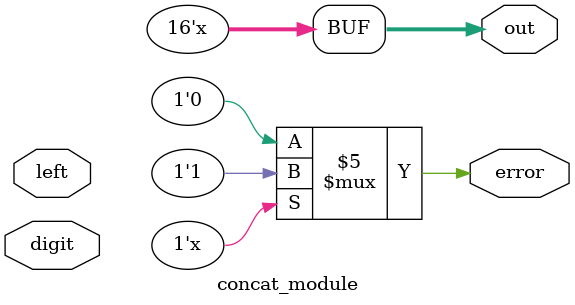
<source format=v>
module concat_module
    #(parameter BIT_SIZE=16)
(
    input wire[BIT_SIZE-1:0] left,
    input wire[3:0] digit,
    output reg[BIT_SIZE-1:0] out,
    output reg error
);

reg [BIT_SIZE-1:0] result;
always @(*) begin
    result <= (left * 4'd10) + digit;
    error <= (result < left) ? 1'b1 : 1'b0;
    out <= result;
end

endmodule
</source>
